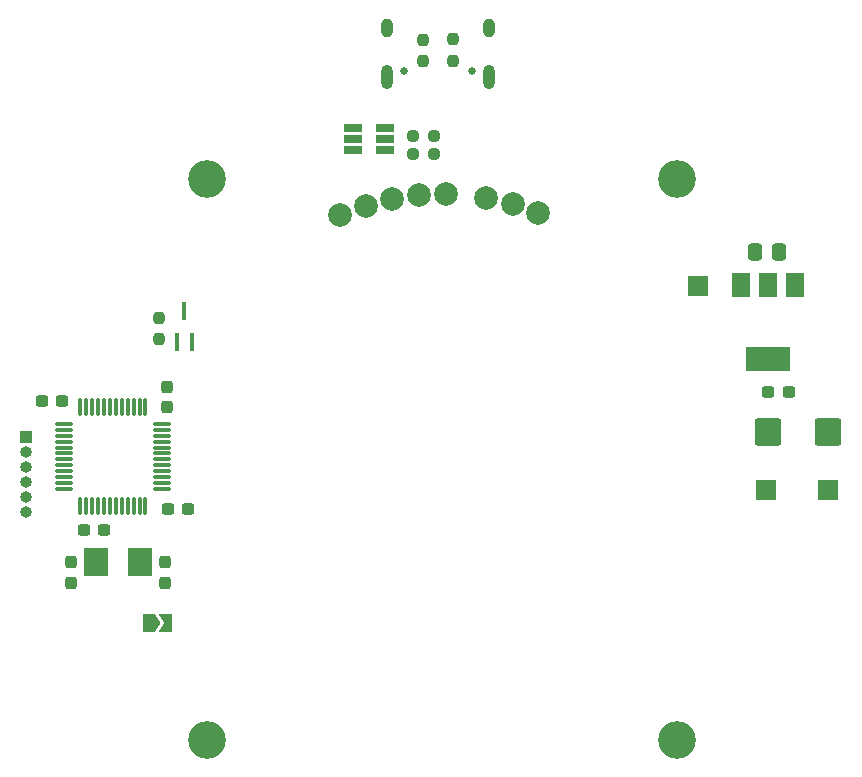
<source format=gbr>
%TF.GenerationSoftware,KiCad,Pcbnew,6.0.10*%
%TF.CreationDate,2023-03-14T16:41:35+03:00*%
%TF.ProjectId,Canon_manage,43616e6f-6e5f-46d6-916e-6167652e6b69,rev?*%
%TF.SameCoordinates,Original*%
%TF.FileFunction,Soldermask,Bot*%
%TF.FilePolarity,Negative*%
%FSLAX46Y46*%
G04 Gerber Fmt 4.6, Leading zero omitted, Abs format (unit mm)*
G04 Created by KiCad (PCBNEW 6.0.10) date 2023-03-14 16:41:35*
%MOMM*%
%LPD*%
G01*
G04 APERTURE LIST*
G04 Aperture macros list*
%AMRoundRect*
0 Rectangle with rounded corners*
0 $1 Rounding radius*
0 $2 $3 $4 $5 $6 $7 $8 $9 X,Y pos of 4 corners*
0 Add a 4 corners polygon primitive as box body*
4,1,4,$2,$3,$4,$5,$6,$7,$8,$9,$2,$3,0*
0 Add four circle primitives for the rounded corners*
1,1,$1+$1,$2,$3*
1,1,$1+$1,$4,$5*
1,1,$1+$1,$6,$7*
1,1,$1+$1,$8,$9*
0 Add four rect primitives between the rounded corners*
20,1,$1+$1,$2,$3,$4,$5,0*
20,1,$1+$1,$4,$5,$6,$7,0*
20,1,$1+$1,$6,$7,$8,$9,0*
20,1,$1+$1,$8,$9,$2,$3,0*%
%AMFreePoly0*
4,1,6,1.000000,0.000000,0.500000,-0.750000,-0.500000,-0.750000,-0.500000,0.750000,0.500000,0.750000,1.000000,0.000000,1.000000,0.000000,$1*%
%AMFreePoly1*
4,1,6,0.500000,-0.750000,-0.650000,-0.750000,-0.150000,0.000000,-0.650000,0.750000,0.500000,0.750000,0.500000,-0.750000,0.500000,-0.750000,$1*%
G04 Aperture macros list end*
%ADD10C,3.200000*%
%ADD11C,2.000000*%
%ADD12C,0.650000*%
%ADD13O,1.000000X2.100000*%
%ADD14O,1.000000X1.600000*%
%ADD15R,1.700000X1.700000*%
%ADD16R,1.000000X1.000000*%
%ADD17O,1.000000X1.000000*%
%ADD18RoundRect,0.237500X0.237500X-0.250000X0.237500X0.250000X-0.237500X0.250000X-0.237500X-0.250000X0*%
%ADD19RoundRect,0.237500X0.300000X0.237500X-0.300000X0.237500X-0.300000X-0.237500X0.300000X-0.237500X0*%
%ADD20FreePoly0,0.000000*%
%ADD21FreePoly1,0.000000*%
%ADD22R,0.450000X1.500000*%
%ADD23RoundRect,0.237500X-0.237500X0.300000X-0.237500X-0.300000X0.237500X-0.300000X0.237500X0.300000X0*%
%ADD24RoundRect,0.237500X0.250000X0.237500X-0.250000X0.237500X-0.250000X-0.237500X0.250000X-0.237500X0*%
%ADD25RoundRect,0.237500X-0.300000X-0.237500X0.300000X-0.237500X0.300000X0.237500X-0.300000X0.237500X0*%
%ADD26R,1.500000X2.000000*%
%ADD27R,3.800000X2.000000*%
%ADD28R,1.560000X0.650000*%
%ADD29RoundRect,0.250000X0.337500X0.475000X-0.337500X0.475000X-0.337500X-0.475000X0.337500X-0.475000X0*%
%ADD30RoundRect,0.237500X0.237500X-0.300000X0.237500X0.300000X-0.237500X0.300000X-0.237500X-0.300000X0*%
%ADD31R,2.000000X2.400000*%
%ADD32RoundRect,0.250000X-0.875000X-0.925000X0.875000X-0.925000X0.875000X0.925000X-0.875000X0.925000X0*%
%ADD33RoundRect,0.075000X0.075000X-0.662500X0.075000X0.662500X-0.075000X0.662500X-0.075000X-0.662500X0*%
%ADD34RoundRect,0.075000X0.662500X-0.075000X0.662500X0.075000X-0.662500X0.075000X-0.662500X-0.075000X0*%
G04 APERTURE END LIST*
D10*
%TO.C,H4*%
X86050000Y-63225000D03*
%TD*%
%TO.C,H3*%
X125880000Y-63225000D03*
%TD*%
%TO.C,H2*%
X86050000Y-110665000D03*
%TD*%
%TO.C,H1*%
X125880000Y-110665000D03*
%TD*%
D11*
%TO.C,J6*%
X103980000Y-64570000D03*
%TD*%
%TO.C,J3*%
X111930000Y-65330000D03*
%TD*%
%TO.C,J4*%
X109640000Y-64820000D03*
%TD*%
%TO.C,J8*%
X99500000Y-65500000D03*
%TD*%
%TO.C,J9*%
X97310000Y-66260000D03*
%TD*%
D12*
%TO.C,J37*%
X102720000Y-54070000D03*
X108500000Y-54070000D03*
D13*
X101290000Y-54600000D03*
X109930000Y-54600000D03*
D14*
X109930000Y-50420000D03*
X101290000Y-50420000D03*
%TD*%
D11*
%TO.C,J2*%
X114040000Y-66090000D03*
%TD*%
%TO.C,J7*%
X101700000Y-64910000D03*
%TD*%
%TO.C,J5*%
X106270000Y-64490000D03*
%TD*%
D15*
%TO.C,J35*%
X138633200Y-89560400D03*
%TD*%
%TO.C,J26*%
X127609600Y-72237600D03*
%TD*%
D16*
%TO.C,J1*%
X70764400Y-85039200D03*
D17*
X70764400Y-86309200D03*
X70764400Y-87579200D03*
X70764400Y-88849200D03*
X70764400Y-90119200D03*
X70764400Y-91389200D03*
%TD*%
D15*
%TO.C,J36*%
X133350000Y-89560400D03*
%TD*%
D18*
%TO.C,R6*%
X104343200Y-53238400D03*
X104343200Y-51413400D03*
%TD*%
D19*
%TO.C,C5*%
X73784800Y-81965800D03*
X72059800Y-81965800D03*
%TD*%
D20*
%TO.C,JP1*%
X81164600Y-100787200D03*
D21*
X82614600Y-100787200D03*
%TD*%
D22*
%TO.C,Q1*%
X84774800Y-77022000D03*
X83474800Y-77022000D03*
X84124800Y-74362000D03*
%TD*%
D23*
%TO.C,C1*%
X82499200Y-95657500D03*
X82499200Y-97382500D03*
%TD*%
D24*
%TO.C,R7*%
X105306500Y-59563000D03*
X103481500Y-59563000D03*
%TD*%
D25*
%TO.C,C8*%
X75618000Y-92938600D03*
X77343000Y-92938600D03*
%TD*%
D26*
%TO.C,U2*%
X131227800Y-72135600D03*
X133527800Y-72135600D03*
D27*
X133527800Y-78435600D03*
D26*
X135827800Y-72135600D03*
%TD*%
D18*
%TO.C,R10*%
X81974800Y-76757200D03*
X81974800Y-74932200D03*
%TD*%
D28*
%TO.C,U3*%
X101092000Y-58867000D03*
X101092000Y-59817000D03*
X101092000Y-60767000D03*
X98392000Y-60767000D03*
X98392000Y-59817000D03*
X98392000Y-58867000D03*
%TD*%
D24*
%TO.C,R8*%
X105306500Y-61087000D03*
X103481500Y-61087000D03*
%TD*%
D29*
%TO.C,C3*%
X134518400Y-69392800D03*
X132443400Y-69392800D03*
%TD*%
D30*
%TO.C,C4*%
X82677000Y-82522400D03*
X82677000Y-80797400D03*
%TD*%
D18*
%TO.C,R9*%
X106900000Y-53212500D03*
X106900000Y-51387500D03*
%TD*%
D25*
%TO.C,C6*%
X82755400Y-91160600D03*
X84480400Y-91160600D03*
%TD*%
D31*
%TO.C,Y1*%
X80365600Y-95656400D03*
X76665600Y-95656400D03*
%TD*%
D23*
%TO.C,C2*%
X74574400Y-95657500D03*
X74574400Y-97382500D03*
%TD*%
D25*
%TO.C,C7*%
X133580800Y-81203800D03*
X135305800Y-81203800D03*
%TD*%
D32*
%TO.C,C9*%
X133558600Y-84658200D03*
X138658600Y-84658200D03*
%TD*%
D33*
%TO.C,U1*%
X80837500Y-90852500D03*
X80337500Y-90852500D03*
X79837500Y-90852500D03*
X79337500Y-90852500D03*
X78837500Y-90852500D03*
X78337500Y-90852500D03*
X77837500Y-90852500D03*
X77337500Y-90852500D03*
X76837500Y-90852500D03*
X76337500Y-90852500D03*
X75837500Y-90852500D03*
X75337500Y-90852500D03*
D34*
X73925000Y-89440000D03*
X73925000Y-88940000D03*
X73925000Y-88440000D03*
X73925000Y-87940000D03*
X73925000Y-87440000D03*
X73925000Y-86940000D03*
X73925000Y-86440000D03*
X73925000Y-85940000D03*
X73925000Y-85440000D03*
X73925000Y-84940000D03*
X73925000Y-84440000D03*
X73925000Y-83940000D03*
D33*
X75337500Y-82527500D03*
X75837500Y-82527500D03*
X76337500Y-82527500D03*
X76837500Y-82527500D03*
X77337500Y-82527500D03*
X77837500Y-82527500D03*
X78337500Y-82527500D03*
X78837500Y-82527500D03*
X79337500Y-82527500D03*
X79837500Y-82527500D03*
X80337500Y-82527500D03*
X80837500Y-82527500D03*
D34*
X82250000Y-83940000D03*
X82250000Y-84440000D03*
X82250000Y-84940000D03*
X82250000Y-85440000D03*
X82250000Y-85940000D03*
X82250000Y-86440000D03*
X82250000Y-86940000D03*
X82250000Y-87440000D03*
X82250000Y-87940000D03*
X82250000Y-88440000D03*
X82250000Y-88940000D03*
X82250000Y-89440000D03*
%TD*%
M02*

</source>
